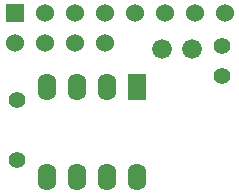
<source format=gbs>
G04 (created by PCBNEW (2013-07-07 BZR 4022)-stable) date 15/01/2015 15:50:08*
%MOIN*%
G04 Gerber Fmt 3.4, Leading zero omitted, Abs format*
%FSLAX34Y34*%
G01*
G70*
G90*
G04 APERTURE LIST*
%ADD10C,0.00590551*%
%ADD11R,0.06X0.06*%
%ADD12C,0.06*%
%ADD13R,0.062X0.09*%
%ADD14O,0.062X0.09*%
%ADD15C,0.055*%
%ADD16C,0.066*%
G04 APERTURE END LIST*
G54D10*
G54D11*
X42680Y-25000D03*
G54D12*
X48680Y-25000D03*
X43680Y-25000D03*
X49680Y-25000D03*
X44680Y-25000D03*
X45680Y-25000D03*
X46680Y-25000D03*
X47680Y-25000D03*
X45680Y-26000D03*
X44680Y-26000D03*
X43680Y-26000D03*
X42680Y-26000D03*
G54D13*
X46750Y-27450D03*
G54D14*
X45750Y-27450D03*
X44750Y-27450D03*
X43750Y-27450D03*
X43750Y-30450D03*
X44750Y-30450D03*
X45750Y-30450D03*
X46750Y-30450D03*
G54D15*
X42750Y-29900D03*
X42750Y-27900D03*
X49606Y-27074D03*
X49606Y-26074D03*
G54D16*
X48600Y-26200D03*
X47600Y-26200D03*
M02*

</source>
